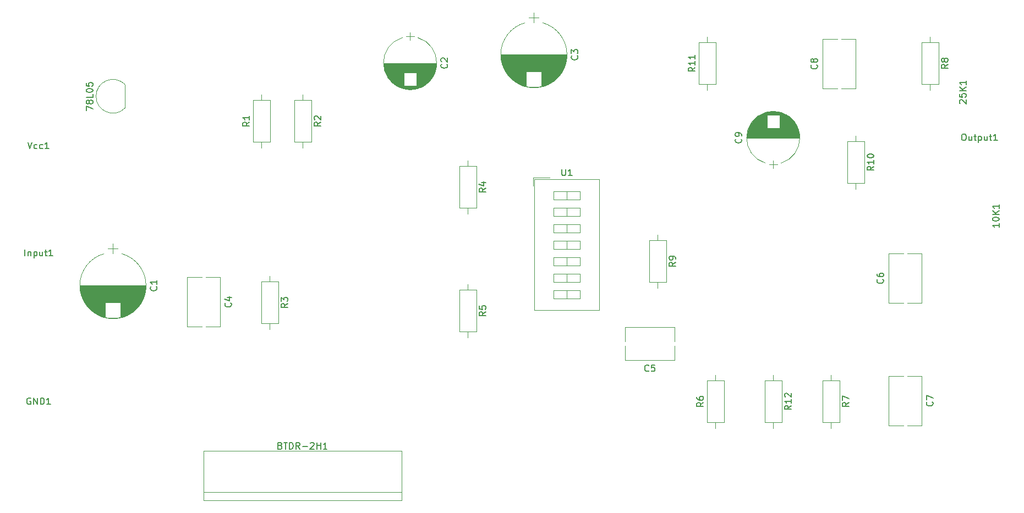
<source format=gbr>
G04 #@! TF.FileFunction,Legend,Top*
%FSLAX46Y46*%
G04 Gerber Fmt 4.6, Leading zero omitted, Abs format (unit mm)*
G04 Created by KiCad (PCBNEW 4.0.7) date 03/22/19 11:19:21*
%MOMM*%
%LPD*%
G01*
G04 APERTURE LIST*
%ADD10C,0.100000*%
%ADD11C,0.120000*%
%ADD12C,0.150000*%
G04 APERTURE END LIST*
D10*
D11*
X176400000Y-106540000D02*
X176400000Y-107810000D01*
X176400000Y-106540000D02*
X178940000Y-106540000D01*
X176600000Y-106740000D02*
X186620000Y-106740000D01*
X186620000Y-106740000D02*
X186620000Y-126940000D01*
X186620000Y-126940000D02*
X176600000Y-126940000D01*
X176600000Y-126940000D02*
X176600000Y-106740000D01*
X179580000Y-108585000D02*
X179580000Y-109855000D01*
X179580000Y-109855000D02*
X183640000Y-109855000D01*
X183640000Y-109855000D02*
X183640000Y-108585000D01*
X183640000Y-108585000D02*
X179580000Y-108585000D01*
X181610000Y-108585000D02*
X181610000Y-109855000D01*
X179580000Y-111125000D02*
X179580000Y-112395000D01*
X179580000Y-112395000D02*
X183640000Y-112395000D01*
X183640000Y-112395000D02*
X183640000Y-111125000D01*
X183640000Y-111125000D02*
X179580000Y-111125000D01*
X181610000Y-111125000D02*
X181610000Y-112395000D01*
X179580000Y-113665000D02*
X179580000Y-114935000D01*
X179580000Y-114935000D02*
X183640000Y-114935000D01*
X183640000Y-114935000D02*
X183640000Y-113665000D01*
X183640000Y-113665000D02*
X179580000Y-113665000D01*
X181610000Y-113665000D02*
X181610000Y-114935000D01*
X179580000Y-116205000D02*
X179580000Y-117475000D01*
X179580000Y-117475000D02*
X183640000Y-117475000D01*
X183640000Y-117475000D02*
X183640000Y-116205000D01*
X183640000Y-116205000D02*
X179580000Y-116205000D01*
X181610000Y-116205000D02*
X181610000Y-117475000D01*
X179580000Y-118745000D02*
X179580000Y-120015000D01*
X179580000Y-120015000D02*
X183640000Y-120015000D01*
X183640000Y-120015000D02*
X183640000Y-118745000D01*
X183640000Y-118745000D02*
X179580000Y-118745000D01*
X181610000Y-118745000D02*
X181610000Y-120015000D01*
X179580000Y-121285000D02*
X179580000Y-122555000D01*
X179580000Y-122555000D02*
X183640000Y-122555000D01*
X183640000Y-122555000D02*
X183640000Y-121285000D01*
X183640000Y-121285000D02*
X179580000Y-121285000D01*
X181610000Y-121285000D02*
X181610000Y-122555000D01*
X179580000Y-123825000D02*
X179580000Y-125095000D01*
X179580000Y-125095000D02*
X183640000Y-125095000D01*
X183640000Y-125095000D02*
X183640000Y-123825000D01*
X183640000Y-123825000D02*
X179580000Y-123825000D01*
X181610000Y-123825000D02*
X181610000Y-125095000D01*
X137200000Y-122520000D02*
X134580000Y-122520000D01*
X134580000Y-122520000D02*
X134580000Y-128940000D01*
X134580000Y-128940000D02*
X137200000Y-128940000D01*
X137200000Y-128940000D02*
X137200000Y-122520000D01*
X135890000Y-121630000D02*
X135890000Y-122520000D01*
X135890000Y-129830000D02*
X135890000Y-128940000D01*
X142280000Y-94580000D02*
X139660000Y-94580000D01*
X139660000Y-94580000D02*
X139660000Y-101000000D01*
X139660000Y-101000000D02*
X142280000Y-101000000D01*
X142280000Y-101000000D02*
X142280000Y-94580000D01*
X140970000Y-93690000D02*
X140970000Y-94580000D01*
X140970000Y-101890000D02*
X140970000Y-101000000D01*
X125730000Y-148590000D02*
X125730000Y-156210000D01*
X156210000Y-156210000D02*
X156210000Y-148590000D01*
X125730000Y-154940000D02*
X156210000Y-154940000D01*
X125730000Y-148590000D02*
X156210000Y-148590000D01*
X125730000Y-156210000D02*
X156210000Y-156210000D01*
X133310000Y-101000000D02*
X135930000Y-101000000D01*
X135930000Y-101000000D02*
X135930000Y-94580000D01*
X135930000Y-94580000D02*
X133310000Y-94580000D01*
X133310000Y-94580000D02*
X133310000Y-101000000D01*
X134620000Y-101890000D02*
X134620000Y-101000000D01*
X134620000Y-93690000D02*
X134620000Y-94580000D01*
X167680000Y-104740000D02*
X165060000Y-104740000D01*
X165060000Y-104740000D02*
X165060000Y-111160000D01*
X165060000Y-111160000D02*
X167680000Y-111160000D01*
X167680000Y-111160000D02*
X167680000Y-104740000D01*
X166370000Y-103850000D02*
X166370000Y-104740000D01*
X166370000Y-112050000D02*
X166370000Y-111160000D01*
X167680000Y-123790000D02*
X165060000Y-123790000D01*
X165060000Y-123790000D02*
X165060000Y-130210000D01*
X165060000Y-130210000D02*
X167680000Y-130210000D01*
X167680000Y-130210000D02*
X167680000Y-123790000D01*
X166370000Y-122900000D02*
X166370000Y-123790000D01*
X166370000Y-131100000D02*
X166370000Y-130210000D01*
X203160000Y-144180000D02*
X205780000Y-144180000D01*
X205780000Y-144180000D02*
X205780000Y-137760000D01*
X205780000Y-137760000D02*
X203160000Y-137760000D01*
X203160000Y-137760000D02*
X203160000Y-144180000D01*
X204470000Y-145070000D02*
X204470000Y-144180000D01*
X204470000Y-136870000D02*
X204470000Y-137760000D01*
X223560000Y-137760000D02*
X220940000Y-137760000D01*
X220940000Y-137760000D02*
X220940000Y-144180000D01*
X220940000Y-144180000D02*
X223560000Y-144180000D01*
X223560000Y-144180000D02*
X223560000Y-137760000D01*
X222250000Y-136870000D02*
X222250000Y-137760000D01*
X222250000Y-145070000D02*
X222250000Y-144180000D01*
X238800000Y-85690000D02*
X236180000Y-85690000D01*
X236180000Y-85690000D02*
X236180000Y-92110000D01*
X236180000Y-92110000D02*
X238800000Y-92110000D01*
X238800000Y-92110000D02*
X238800000Y-85690000D01*
X237490000Y-84800000D02*
X237490000Y-85690000D01*
X237490000Y-93000000D02*
X237490000Y-92110000D01*
X196890000Y-116170000D02*
X194270000Y-116170000D01*
X194270000Y-116170000D02*
X194270000Y-122590000D01*
X194270000Y-122590000D02*
X196890000Y-122590000D01*
X196890000Y-122590000D02*
X196890000Y-116170000D01*
X195580000Y-115280000D02*
X195580000Y-116170000D01*
X195580000Y-123480000D02*
X195580000Y-122590000D01*
X227370000Y-100930000D02*
X224750000Y-100930000D01*
X224750000Y-100930000D02*
X224750000Y-107350000D01*
X224750000Y-107350000D02*
X227370000Y-107350000D01*
X227370000Y-107350000D02*
X227370000Y-100930000D01*
X226060000Y-100040000D02*
X226060000Y-100930000D01*
X226060000Y-108240000D02*
X226060000Y-107350000D01*
X201890000Y-92110000D02*
X204510000Y-92110000D01*
X204510000Y-92110000D02*
X204510000Y-85690000D01*
X204510000Y-85690000D02*
X201890000Y-85690000D01*
X201890000Y-85690000D02*
X201890000Y-92110000D01*
X203200000Y-93000000D02*
X203200000Y-92110000D01*
X203200000Y-84800000D02*
X203200000Y-85690000D01*
X214670000Y-137760000D02*
X212050000Y-137760000D01*
X212050000Y-137760000D02*
X212050000Y-144180000D01*
X212050000Y-144180000D02*
X214670000Y-144180000D01*
X214670000Y-144180000D02*
X214670000Y-137760000D01*
X213360000Y-136870000D02*
X213360000Y-137760000D01*
X213360000Y-145070000D02*
X213360000Y-144180000D01*
X128290000Y-121840000D02*
X128290000Y-129460000D01*
X123170000Y-121840000D02*
X123170000Y-129460000D01*
X128290000Y-121840000D02*
X126041000Y-121840000D01*
X125419000Y-121840000D02*
X123170000Y-121840000D01*
X128290000Y-129460000D02*
X126041000Y-129460000D01*
X125419000Y-129460000D02*
X123170000Y-129460000D01*
X198200000Y-134640000D02*
X190580000Y-134640000D01*
X198200000Y-129520000D02*
X190580000Y-129520000D01*
X198200000Y-134640000D02*
X198200000Y-132391000D01*
X198200000Y-131769000D02*
X198200000Y-129520000D01*
X190580000Y-134640000D02*
X190580000Y-132391000D01*
X190580000Y-131769000D02*
X190580000Y-129520000D01*
X231120000Y-125810000D02*
X231120000Y-118190000D01*
X236240000Y-125810000D02*
X236240000Y-118190000D01*
X231120000Y-125810000D02*
X233369000Y-125810000D01*
X233991000Y-125810000D02*
X236240000Y-125810000D01*
X231120000Y-118190000D02*
X233369000Y-118190000D01*
X233991000Y-118190000D02*
X236240000Y-118190000D01*
X236240000Y-137080000D02*
X236240000Y-144700000D01*
X231120000Y-137080000D02*
X231120000Y-144700000D01*
X236240000Y-137080000D02*
X233991000Y-137080000D01*
X233369000Y-137080000D02*
X231120000Y-137080000D01*
X236240000Y-144700000D02*
X233991000Y-144700000D01*
X233369000Y-144700000D02*
X231120000Y-144700000D01*
X220960000Y-92790000D02*
X220960000Y-85170000D01*
X226080000Y-92790000D02*
X226080000Y-85170000D01*
X220960000Y-92790000D02*
X223209000Y-92790000D01*
X223831000Y-92790000D02*
X226080000Y-92790000D01*
X220960000Y-85170000D02*
X223209000Y-85170000D01*
X223831000Y-85170000D02*
X226080000Y-85170000D01*
X113610000Y-95780000D02*
X113610000Y-92180000D01*
X113598478Y-95818478D02*
G75*
G02X109160000Y-93980000I-1838478J1838478D01*
G01*
X113598478Y-92141522D02*
G75*
G03X109160000Y-93980000I-1838478J-1838478D01*
G01*
X113143264Y-128028437D02*
G75*
G03X113140000Y-118230643I-1383264J4898437D01*
G01*
X110376736Y-128028437D02*
G75*
G02X110380000Y-118230643I1383264J4898437D01*
G01*
X110376736Y-128028437D02*
G75*
G03X113140000Y-128029357I1383264J4898437D01*
G01*
X116810000Y-123130000D02*
X106710000Y-123130000D01*
X116810000Y-123170000D02*
X106710000Y-123170000D01*
X116810000Y-123210000D02*
X106710000Y-123210000D01*
X116809000Y-123250000D02*
X106711000Y-123250000D01*
X116808000Y-123290000D02*
X106712000Y-123290000D01*
X116807000Y-123330000D02*
X106713000Y-123330000D01*
X116805000Y-123370000D02*
X106715000Y-123370000D01*
X116803000Y-123410000D02*
X106717000Y-123410000D01*
X116800000Y-123450000D02*
X106720000Y-123450000D01*
X116798000Y-123490000D02*
X106722000Y-123490000D01*
X116795000Y-123530000D02*
X106725000Y-123530000D01*
X116791000Y-123570000D02*
X106729000Y-123570000D01*
X116788000Y-123610000D02*
X106732000Y-123610000D01*
X116784000Y-123650000D02*
X106736000Y-123650000D01*
X116780000Y-123690000D02*
X106740000Y-123690000D01*
X116775000Y-123730000D02*
X106745000Y-123730000D01*
X116770000Y-123770000D02*
X106750000Y-123770000D01*
X116765000Y-123810000D02*
X106755000Y-123810000D01*
X116759000Y-123851000D02*
X106761000Y-123851000D01*
X116753000Y-123891000D02*
X106767000Y-123891000D01*
X116747000Y-123931000D02*
X106773000Y-123931000D01*
X116741000Y-123971000D02*
X106779000Y-123971000D01*
X116734000Y-124011000D02*
X106786000Y-124011000D01*
X116727000Y-124051000D02*
X106793000Y-124051000D01*
X116719000Y-124091000D02*
X106801000Y-124091000D01*
X116711000Y-124131000D02*
X106809000Y-124131000D01*
X116703000Y-124171000D02*
X106817000Y-124171000D01*
X116695000Y-124211000D02*
X106825000Y-124211000D01*
X116686000Y-124251000D02*
X106834000Y-124251000D01*
X116677000Y-124291000D02*
X106843000Y-124291000D01*
X116667000Y-124331000D02*
X106853000Y-124331000D01*
X116657000Y-124371000D02*
X106863000Y-124371000D01*
X116647000Y-124411000D02*
X106873000Y-124411000D01*
X116636000Y-124451000D02*
X106884000Y-124451000D01*
X116625000Y-124491000D02*
X106895000Y-124491000D01*
X116614000Y-124531000D02*
X106906000Y-124531000D01*
X116603000Y-124571000D02*
X106917000Y-124571000D01*
X116591000Y-124611000D02*
X106929000Y-124611000D01*
X116578000Y-124651000D02*
X106942000Y-124651000D01*
X116566000Y-124691000D02*
X106954000Y-124691000D01*
X116552000Y-124731000D02*
X106968000Y-124731000D01*
X116539000Y-124771000D02*
X106981000Y-124771000D01*
X116525000Y-124811000D02*
X106995000Y-124811000D01*
X116511000Y-124851000D02*
X107009000Y-124851000D01*
X116497000Y-124891000D02*
X107023000Y-124891000D01*
X116482000Y-124931000D02*
X107038000Y-124931000D01*
X116466000Y-124971000D02*
X107054000Y-124971000D01*
X116451000Y-125011000D02*
X107069000Y-125011000D01*
X116434000Y-125051000D02*
X107086000Y-125051000D01*
X116418000Y-125091000D02*
X107102000Y-125091000D01*
X116401000Y-125131000D02*
X107119000Y-125131000D01*
X116384000Y-125171000D02*
X107136000Y-125171000D01*
X116366000Y-125211000D02*
X107154000Y-125211000D01*
X116348000Y-125251000D02*
X107172000Y-125251000D01*
X116329000Y-125291000D02*
X107191000Y-125291000D01*
X116310000Y-125331000D02*
X107210000Y-125331000D01*
X116291000Y-125371000D02*
X107229000Y-125371000D01*
X116271000Y-125411000D02*
X107249000Y-125411000D01*
X116251000Y-125451000D02*
X107269000Y-125451000D01*
X116230000Y-125491000D02*
X107290000Y-125491000D01*
X116209000Y-125531000D02*
X107311000Y-125531000D01*
X116188000Y-125571000D02*
X107332000Y-125571000D01*
X116165000Y-125611000D02*
X107355000Y-125611000D01*
X116143000Y-125651000D02*
X107377000Y-125651000D01*
X116120000Y-125691000D02*
X107400000Y-125691000D01*
X116096000Y-125731000D02*
X112941000Y-125731000D01*
X110579000Y-125731000D02*
X107424000Y-125731000D01*
X116072000Y-125771000D02*
X112941000Y-125771000D01*
X110579000Y-125771000D02*
X107448000Y-125771000D01*
X116048000Y-125811000D02*
X112941000Y-125811000D01*
X110579000Y-125811000D02*
X107472000Y-125811000D01*
X116023000Y-125851000D02*
X112941000Y-125851000D01*
X110579000Y-125851000D02*
X107497000Y-125851000D01*
X115997000Y-125891000D02*
X112941000Y-125891000D01*
X110579000Y-125891000D02*
X107523000Y-125891000D01*
X115971000Y-125931000D02*
X112941000Y-125931000D01*
X110579000Y-125931000D02*
X107549000Y-125931000D01*
X115945000Y-125971000D02*
X112941000Y-125971000D01*
X110579000Y-125971000D02*
X107575000Y-125971000D01*
X115917000Y-126011000D02*
X112941000Y-126011000D01*
X110579000Y-126011000D02*
X107603000Y-126011000D01*
X115890000Y-126051000D02*
X112941000Y-126051000D01*
X110579000Y-126051000D02*
X107630000Y-126051000D01*
X115861000Y-126091000D02*
X112941000Y-126091000D01*
X110579000Y-126091000D02*
X107659000Y-126091000D01*
X115832000Y-126131000D02*
X112941000Y-126131000D01*
X110579000Y-126131000D02*
X107688000Y-126131000D01*
X115803000Y-126171000D02*
X112941000Y-126171000D01*
X110579000Y-126171000D02*
X107717000Y-126171000D01*
X115773000Y-126211000D02*
X112941000Y-126211000D01*
X110579000Y-126211000D02*
X107747000Y-126211000D01*
X115742000Y-126251000D02*
X112941000Y-126251000D01*
X110579000Y-126251000D02*
X107778000Y-126251000D01*
X115711000Y-126291000D02*
X112941000Y-126291000D01*
X110579000Y-126291000D02*
X107809000Y-126291000D01*
X115679000Y-126331000D02*
X112941000Y-126331000D01*
X110579000Y-126331000D02*
X107841000Y-126331000D01*
X115646000Y-126371000D02*
X112941000Y-126371000D01*
X110579000Y-126371000D02*
X107874000Y-126371000D01*
X115613000Y-126411000D02*
X112941000Y-126411000D01*
X110579000Y-126411000D02*
X107907000Y-126411000D01*
X115579000Y-126451000D02*
X112941000Y-126451000D01*
X110579000Y-126451000D02*
X107941000Y-126451000D01*
X115544000Y-126491000D02*
X112941000Y-126491000D01*
X110579000Y-126491000D02*
X107976000Y-126491000D01*
X115508000Y-126531000D02*
X112941000Y-126531000D01*
X110579000Y-126531000D02*
X108012000Y-126531000D01*
X115472000Y-126571000D02*
X112941000Y-126571000D01*
X110579000Y-126571000D02*
X108048000Y-126571000D01*
X115435000Y-126611000D02*
X112941000Y-126611000D01*
X110579000Y-126611000D02*
X108085000Y-126611000D01*
X115397000Y-126651000D02*
X112941000Y-126651000D01*
X110579000Y-126651000D02*
X108123000Y-126651000D01*
X115358000Y-126691000D02*
X112941000Y-126691000D01*
X110579000Y-126691000D02*
X108162000Y-126691000D01*
X115319000Y-126731000D02*
X112941000Y-126731000D01*
X110579000Y-126731000D02*
X108201000Y-126731000D01*
X115278000Y-126771000D02*
X112941000Y-126771000D01*
X110579000Y-126771000D02*
X108242000Y-126771000D01*
X115237000Y-126811000D02*
X112941000Y-126811000D01*
X110579000Y-126811000D02*
X108283000Y-126811000D01*
X115195000Y-126851000D02*
X112941000Y-126851000D01*
X110579000Y-126851000D02*
X108325000Y-126851000D01*
X115151000Y-126891000D02*
X112941000Y-126891000D01*
X110579000Y-126891000D02*
X108369000Y-126891000D01*
X115107000Y-126931000D02*
X112941000Y-126931000D01*
X110579000Y-126931000D02*
X108413000Y-126931000D01*
X115062000Y-126971000D02*
X112941000Y-126971000D01*
X110579000Y-126971000D02*
X108458000Y-126971000D01*
X115015000Y-127011000D02*
X112941000Y-127011000D01*
X110579000Y-127011000D02*
X108505000Y-127011000D01*
X114967000Y-127051000D02*
X112941000Y-127051000D01*
X110579000Y-127051000D02*
X108553000Y-127051000D01*
X114918000Y-127091000D02*
X112941000Y-127091000D01*
X110579000Y-127091000D02*
X108602000Y-127091000D01*
X114868000Y-127131000D02*
X112941000Y-127131000D01*
X110579000Y-127131000D02*
X108652000Y-127131000D01*
X114817000Y-127171000D02*
X112941000Y-127171000D01*
X110579000Y-127171000D02*
X108703000Y-127171000D01*
X114764000Y-127211000D02*
X112941000Y-127211000D01*
X110579000Y-127211000D02*
X108756000Y-127211000D01*
X114709000Y-127251000D02*
X112941000Y-127251000D01*
X110579000Y-127251000D02*
X108811000Y-127251000D01*
X114654000Y-127291000D02*
X112941000Y-127291000D01*
X110579000Y-127291000D02*
X108866000Y-127291000D01*
X114596000Y-127331000D02*
X112941000Y-127331000D01*
X110579000Y-127331000D02*
X108924000Y-127331000D01*
X114537000Y-127371000D02*
X112941000Y-127371000D01*
X110579000Y-127371000D02*
X108983000Y-127371000D01*
X114475000Y-127411000D02*
X112941000Y-127411000D01*
X110579000Y-127411000D02*
X109045000Y-127411000D01*
X114412000Y-127451000D02*
X112941000Y-127451000D01*
X110579000Y-127451000D02*
X109108000Y-127451000D01*
X114347000Y-127491000D02*
X112941000Y-127491000D01*
X110579000Y-127491000D02*
X109173000Y-127491000D01*
X114279000Y-127531000D02*
X112941000Y-127531000D01*
X110579000Y-127531000D02*
X109241000Y-127531000D01*
X114209000Y-127571000D02*
X112941000Y-127571000D01*
X110579000Y-127571000D02*
X109311000Y-127571000D01*
X114137000Y-127611000D02*
X112941000Y-127611000D01*
X110579000Y-127611000D02*
X109383000Y-127611000D01*
X114061000Y-127651000D02*
X112941000Y-127651000D01*
X110579000Y-127651000D02*
X109459000Y-127651000D01*
X113982000Y-127691000D02*
X112941000Y-127691000D01*
X110579000Y-127691000D02*
X109538000Y-127691000D01*
X113900000Y-127731000D02*
X112941000Y-127731000D01*
X110579000Y-127731000D02*
X109620000Y-127731000D01*
X113813000Y-127771000D02*
X112941000Y-127771000D01*
X110579000Y-127771000D02*
X109707000Y-127771000D01*
X113722000Y-127811000D02*
X112941000Y-127811000D01*
X110579000Y-127811000D02*
X109798000Y-127811000D01*
X113626000Y-127851000D02*
X112941000Y-127851000D01*
X110579000Y-127851000D02*
X109894000Y-127851000D01*
X113523000Y-127891000D02*
X112941000Y-127891000D01*
X110579000Y-127891000D02*
X109997000Y-127891000D01*
X113414000Y-127931000D02*
X112941000Y-127931000D01*
X110579000Y-127931000D02*
X110106000Y-127931000D01*
X113296000Y-127971000D02*
X112941000Y-127971000D01*
X110579000Y-127971000D02*
X110224000Y-127971000D01*
X113167000Y-128011000D02*
X112941000Y-128011000D01*
X110579000Y-128011000D02*
X110353000Y-128011000D01*
X113025000Y-128051000D02*
X112941000Y-128051000D01*
X110579000Y-128051000D02*
X110495000Y-128051000D01*
X112864000Y-128091000D02*
X110656000Y-128091000D01*
X112673000Y-128131000D02*
X110847000Y-128131000D01*
X112432000Y-128171000D02*
X111088000Y-128171000D01*
X112039000Y-128211000D02*
X111481000Y-128211000D01*
X111760000Y-116680000D02*
X111760000Y-118180000D01*
X112510000Y-117430000D02*
X111010000Y-117430000D01*
X158657445Y-92776851D02*
G75*
G03X158660000Y-84943918I-1177445J3916851D01*
G01*
X156302555Y-92776851D02*
G75*
G02X156300000Y-84943918I1177445J3916851D01*
G01*
X156302555Y-92776851D02*
G75*
G03X158660000Y-92776082I1177445J3916851D01*
G01*
X161530000Y-88860000D02*
X153430000Y-88860000D01*
X161530000Y-88900000D02*
X153430000Y-88900000D01*
X161530000Y-88940000D02*
X153430000Y-88940000D01*
X161529000Y-88980000D02*
X153431000Y-88980000D01*
X161527000Y-89020000D02*
X153433000Y-89020000D01*
X161526000Y-89060000D02*
X153434000Y-89060000D01*
X161523000Y-89100000D02*
X153437000Y-89100000D01*
X161521000Y-89140000D02*
X153439000Y-89140000D01*
X161518000Y-89180000D02*
X153442000Y-89180000D01*
X161515000Y-89220000D02*
X153445000Y-89220000D01*
X161511000Y-89260000D02*
X153449000Y-89260000D01*
X161507000Y-89300000D02*
X153453000Y-89300000D01*
X161502000Y-89340000D02*
X153458000Y-89340000D01*
X161497000Y-89380000D02*
X153463000Y-89380000D01*
X161492000Y-89420000D02*
X153468000Y-89420000D01*
X161486000Y-89460000D02*
X153474000Y-89460000D01*
X161480000Y-89500000D02*
X153480000Y-89500000D01*
X161474000Y-89540000D02*
X153486000Y-89540000D01*
X161467000Y-89581000D02*
X153493000Y-89581000D01*
X161459000Y-89621000D02*
X153501000Y-89621000D01*
X161451000Y-89661000D02*
X153509000Y-89661000D01*
X161443000Y-89701000D02*
X153517000Y-89701000D01*
X161435000Y-89741000D02*
X153525000Y-89741000D01*
X161426000Y-89781000D02*
X153534000Y-89781000D01*
X161416000Y-89821000D02*
X153544000Y-89821000D01*
X161406000Y-89861000D02*
X153554000Y-89861000D01*
X161396000Y-89901000D02*
X153564000Y-89901000D01*
X161385000Y-89941000D02*
X153575000Y-89941000D01*
X161374000Y-89981000D02*
X153586000Y-89981000D01*
X161363000Y-90021000D02*
X153597000Y-90021000D01*
X161350000Y-90061000D02*
X153610000Y-90061000D01*
X161338000Y-90101000D02*
X153622000Y-90101000D01*
X161325000Y-90141000D02*
X153635000Y-90141000D01*
X161312000Y-90181000D02*
X153648000Y-90181000D01*
X161298000Y-90221000D02*
X153662000Y-90221000D01*
X161283000Y-90261000D02*
X153677000Y-90261000D01*
X161269000Y-90301000D02*
X153691000Y-90301000D01*
X161253000Y-90341000D02*
X153707000Y-90341000D01*
X161238000Y-90381000D02*
X158460000Y-90381000D01*
X156500000Y-90381000D02*
X153722000Y-90381000D01*
X161221000Y-90421000D02*
X158460000Y-90421000D01*
X156500000Y-90421000D02*
X153739000Y-90421000D01*
X161205000Y-90461000D02*
X158460000Y-90461000D01*
X156500000Y-90461000D02*
X153755000Y-90461000D01*
X161187000Y-90501000D02*
X158460000Y-90501000D01*
X156500000Y-90501000D02*
X153773000Y-90501000D01*
X161170000Y-90541000D02*
X158460000Y-90541000D01*
X156500000Y-90541000D02*
X153790000Y-90541000D01*
X161151000Y-90581000D02*
X158460000Y-90581000D01*
X156500000Y-90581000D02*
X153809000Y-90581000D01*
X161132000Y-90621000D02*
X158460000Y-90621000D01*
X156500000Y-90621000D02*
X153828000Y-90621000D01*
X161113000Y-90661000D02*
X158460000Y-90661000D01*
X156500000Y-90661000D02*
X153847000Y-90661000D01*
X161093000Y-90701000D02*
X158460000Y-90701000D01*
X156500000Y-90701000D02*
X153867000Y-90701000D01*
X161073000Y-90741000D02*
X158460000Y-90741000D01*
X156500000Y-90741000D02*
X153887000Y-90741000D01*
X161052000Y-90781000D02*
X158460000Y-90781000D01*
X156500000Y-90781000D02*
X153908000Y-90781000D01*
X161030000Y-90821000D02*
X158460000Y-90821000D01*
X156500000Y-90821000D02*
X153930000Y-90821000D01*
X161008000Y-90861000D02*
X158460000Y-90861000D01*
X156500000Y-90861000D02*
X153952000Y-90861000D01*
X160985000Y-90901000D02*
X158460000Y-90901000D01*
X156500000Y-90901000D02*
X153975000Y-90901000D01*
X160962000Y-90941000D02*
X158460000Y-90941000D01*
X156500000Y-90941000D02*
X153998000Y-90941000D01*
X160938000Y-90981000D02*
X158460000Y-90981000D01*
X156500000Y-90981000D02*
X154022000Y-90981000D01*
X160914000Y-91021000D02*
X158460000Y-91021000D01*
X156500000Y-91021000D02*
X154046000Y-91021000D01*
X160888000Y-91061000D02*
X158460000Y-91061000D01*
X156500000Y-91061000D02*
X154072000Y-91061000D01*
X160863000Y-91101000D02*
X158460000Y-91101000D01*
X156500000Y-91101000D02*
X154097000Y-91101000D01*
X160836000Y-91141000D02*
X158460000Y-91141000D01*
X156500000Y-91141000D02*
X154124000Y-91141000D01*
X160809000Y-91181000D02*
X158460000Y-91181000D01*
X156500000Y-91181000D02*
X154151000Y-91181000D01*
X160781000Y-91221000D02*
X158460000Y-91221000D01*
X156500000Y-91221000D02*
X154179000Y-91221000D01*
X160752000Y-91261000D02*
X158460000Y-91261000D01*
X156500000Y-91261000D02*
X154208000Y-91261000D01*
X160723000Y-91301000D02*
X158460000Y-91301000D01*
X156500000Y-91301000D02*
X154237000Y-91301000D01*
X160693000Y-91341000D02*
X158460000Y-91341000D01*
X156500000Y-91341000D02*
X154267000Y-91341000D01*
X160662000Y-91381000D02*
X158460000Y-91381000D01*
X156500000Y-91381000D02*
X154298000Y-91381000D01*
X160630000Y-91421000D02*
X158460000Y-91421000D01*
X156500000Y-91421000D02*
X154330000Y-91421000D01*
X160598000Y-91461000D02*
X158460000Y-91461000D01*
X156500000Y-91461000D02*
X154362000Y-91461000D01*
X160564000Y-91501000D02*
X158460000Y-91501000D01*
X156500000Y-91501000D02*
X154396000Y-91501000D01*
X160530000Y-91541000D02*
X158460000Y-91541000D01*
X156500000Y-91541000D02*
X154430000Y-91541000D01*
X160495000Y-91581000D02*
X158460000Y-91581000D01*
X156500000Y-91581000D02*
X154465000Y-91581000D01*
X160459000Y-91621000D02*
X158460000Y-91621000D01*
X156500000Y-91621000D02*
X154501000Y-91621000D01*
X160422000Y-91661000D02*
X158460000Y-91661000D01*
X156500000Y-91661000D02*
X154538000Y-91661000D01*
X160384000Y-91701000D02*
X158460000Y-91701000D01*
X156500000Y-91701000D02*
X154576000Y-91701000D01*
X160345000Y-91741000D02*
X158460000Y-91741000D01*
X156500000Y-91741000D02*
X154615000Y-91741000D01*
X160304000Y-91781000D02*
X158460000Y-91781000D01*
X156500000Y-91781000D02*
X154656000Y-91781000D01*
X160263000Y-91821000D02*
X158460000Y-91821000D01*
X156500000Y-91821000D02*
X154697000Y-91821000D01*
X160220000Y-91861000D02*
X158460000Y-91861000D01*
X156500000Y-91861000D02*
X154740000Y-91861000D01*
X160177000Y-91901000D02*
X158460000Y-91901000D01*
X156500000Y-91901000D02*
X154783000Y-91901000D01*
X160132000Y-91941000D02*
X158460000Y-91941000D01*
X156500000Y-91941000D02*
X154828000Y-91941000D01*
X160085000Y-91981000D02*
X158460000Y-91981000D01*
X156500000Y-91981000D02*
X154875000Y-91981000D01*
X160037000Y-92021000D02*
X158460000Y-92021000D01*
X156500000Y-92021000D02*
X154923000Y-92021000D01*
X159988000Y-92061000D02*
X158460000Y-92061000D01*
X156500000Y-92061000D02*
X154972000Y-92061000D01*
X159937000Y-92101000D02*
X158460000Y-92101000D01*
X156500000Y-92101000D02*
X155023000Y-92101000D01*
X159884000Y-92141000D02*
X158460000Y-92141000D01*
X156500000Y-92141000D02*
X155076000Y-92141000D01*
X159829000Y-92181000D02*
X158460000Y-92181000D01*
X156500000Y-92181000D02*
X155131000Y-92181000D01*
X159773000Y-92221000D02*
X158460000Y-92221000D01*
X156500000Y-92221000D02*
X155187000Y-92221000D01*
X159714000Y-92261000D02*
X158460000Y-92261000D01*
X156500000Y-92261000D02*
X155246000Y-92261000D01*
X159653000Y-92301000D02*
X158460000Y-92301000D01*
X156500000Y-92301000D02*
X155307000Y-92301000D01*
X159589000Y-92341000D02*
X155371000Y-92341000D01*
X159523000Y-92381000D02*
X155437000Y-92381000D01*
X159454000Y-92421000D02*
X155506000Y-92421000D01*
X159382000Y-92461000D02*
X155578000Y-92461000D01*
X159306000Y-92501000D02*
X155654000Y-92501000D01*
X159225000Y-92541000D02*
X155735000Y-92541000D01*
X159140000Y-92581000D02*
X155820000Y-92581000D01*
X159050000Y-92621000D02*
X155910000Y-92621000D01*
X158953000Y-92661000D02*
X156007000Y-92661000D01*
X158849000Y-92701000D02*
X156111000Y-92701000D01*
X158734000Y-92741000D02*
X156226000Y-92741000D01*
X158607000Y-92781000D02*
X156353000Y-92781000D01*
X158463000Y-92821000D02*
X156497000Y-92821000D01*
X158294000Y-92861000D02*
X156666000Y-92861000D01*
X158078000Y-92901000D02*
X156882000Y-92901000D01*
X157726000Y-92941000D02*
X157234000Y-92941000D01*
X157480000Y-84160000D02*
X157480000Y-85360000D01*
X158130000Y-84760000D02*
X156830000Y-84760000D01*
X177913264Y-92468437D02*
G75*
G03X177910000Y-82670643I-1383264J4898437D01*
G01*
X175146736Y-92468437D02*
G75*
G02X175150000Y-82670643I1383264J4898437D01*
G01*
X175146736Y-92468437D02*
G75*
G03X177910000Y-92469357I1383264J4898437D01*
G01*
X181580000Y-87570000D02*
X171480000Y-87570000D01*
X181580000Y-87610000D02*
X171480000Y-87610000D01*
X181580000Y-87650000D02*
X171480000Y-87650000D01*
X181579000Y-87690000D02*
X171481000Y-87690000D01*
X181578000Y-87730000D02*
X171482000Y-87730000D01*
X181577000Y-87770000D02*
X171483000Y-87770000D01*
X181575000Y-87810000D02*
X171485000Y-87810000D01*
X181573000Y-87850000D02*
X171487000Y-87850000D01*
X181570000Y-87890000D02*
X171490000Y-87890000D01*
X181568000Y-87930000D02*
X171492000Y-87930000D01*
X181565000Y-87970000D02*
X171495000Y-87970000D01*
X181561000Y-88010000D02*
X171499000Y-88010000D01*
X181558000Y-88050000D02*
X171502000Y-88050000D01*
X181554000Y-88090000D02*
X171506000Y-88090000D01*
X181550000Y-88130000D02*
X171510000Y-88130000D01*
X181545000Y-88170000D02*
X171515000Y-88170000D01*
X181540000Y-88210000D02*
X171520000Y-88210000D01*
X181535000Y-88250000D02*
X171525000Y-88250000D01*
X181529000Y-88291000D02*
X171531000Y-88291000D01*
X181523000Y-88331000D02*
X171537000Y-88331000D01*
X181517000Y-88371000D02*
X171543000Y-88371000D01*
X181511000Y-88411000D02*
X171549000Y-88411000D01*
X181504000Y-88451000D02*
X171556000Y-88451000D01*
X181497000Y-88491000D02*
X171563000Y-88491000D01*
X181489000Y-88531000D02*
X171571000Y-88531000D01*
X181481000Y-88571000D02*
X171579000Y-88571000D01*
X181473000Y-88611000D02*
X171587000Y-88611000D01*
X181465000Y-88651000D02*
X171595000Y-88651000D01*
X181456000Y-88691000D02*
X171604000Y-88691000D01*
X181447000Y-88731000D02*
X171613000Y-88731000D01*
X181437000Y-88771000D02*
X171623000Y-88771000D01*
X181427000Y-88811000D02*
X171633000Y-88811000D01*
X181417000Y-88851000D02*
X171643000Y-88851000D01*
X181406000Y-88891000D02*
X171654000Y-88891000D01*
X181395000Y-88931000D02*
X171665000Y-88931000D01*
X181384000Y-88971000D02*
X171676000Y-88971000D01*
X181373000Y-89011000D02*
X171687000Y-89011000D01*
X181361000Y-89051000D02*
X171699000Y-89051000D01*
X181348000Y-89091000D02*
X171712000Y-89091000D01*
X181336000Y-89131000D02*
X171724000Y-89131000D01*
X181322000Y-89171000D02*
X171738000Y-89171000D01*
X181309000Y-89211000D02*
X171751000Y-89211000D01*
X181295000Y-89251000D02*
X171765000Y-89251000D01*
X181281000Y-89291000D02*
X171779000Y-89291000D01*
X181267000Y-89331000D02*
X171793000Y-89331000D01*
X181252000Y-89371000D02*
X171808000Y-89371000D01*
X181236000Y-89411000D02*
X171824000Y-89411000D01*
X181221000Y-89451000D02*
X171839000Y-89451000D01*
X181204000Y-89491000D02*
X171856000Y-89491000D01*
X181188000Y-89531000D02*
X171872000Y-89531000D01*
X181171000Y-89571000D02*
X171889000Y-89571000D01*
X181154000Y-89611000D02*
X171906000Y-89611000D01*
X181136000Y-89651000D02*
X171924000Y-89651000D01*
X181118000Y-89691000D02*
X171942000Y-89691000D01*
X181099000Y-89731000D02*
X171961000Y-89731000D01*
X181080000Y-89771000D02*
X171980000Y-89771000D01*
X181061000Y-89811000D02*
X171999000Y-89811000D01*
X181041000Y-89851000D02*
X172019000Y-89851000D01*
X181021000Y-89891000D02*
X172039000Y-89891000D01*
X181000000Y-89931000D02*
X172060000Y-89931000D01*
X180979000Y-89971000D02*
X172081000Y-89971000D01*
X180958000Y-90011000D02*
X172102000Y-90011000D01*
X180935000Y-90051000D02*
X172125000Y-90051000D01*
X180913000Y-90091000D02*
X172147000Y-90091000D01*
X180890000Y-90131000D02*
X172170000Y-90131000D01*
X180866000Y-90171000D02*
X177711000Y-90171000D01*
X175349000Y-90171000D02*
X172194000Y-90171000D01*
X180842000Y-90211000D02*
X177711000Y-90211000D01*
X175349000Y-90211000D02*
X172218000Y-90211000D01*
X180818000Y-90251000D02*
X177711000Y-90251000D01*
X175349000Y-90251000D02*
X172242000Y-90251000D01*
X180793000Y-90291000D02*
X177711000Y-90291000D01*
X175349000Y-90291000D02*
X172267000Y-90291000D01*
X180767000Y-90331000D02*
X177711000Y-90331000D01*
X175349000Y-90331000D02*
X172293000Y-90331000D01*
X180741000Y-90371000D02*
X177711000Y-90371000D01*
X175349000Y-90371000D02*
X172319000Y-90371000D01*
X180715000Y-90411000D02*
X177711000Y-90411000D01*
X175349000Y-90411000D02*
X172345000Y-90411000D01*
X180687000Y-90451000D02*
X177711000Y-90451000D01*
X175349000Y-90451000D02*
X172373000Y-90451000D01*
X180660000Y-90491000D02*
X177711000Y-90491000D01*
X175349000Y-90491000D02*
X172400000Y-90491000D01*
X180631000Y-90531000D02*
X177711000Y-90531000D01*
X175349000Y-90531000D02*
X172429000Y-90531000D01*
X180602000Y-90571000D02*
X177711000Y-90571000D01*
X175349000Y-90571000D02*
X172458000Y-90571000D01*
X180573000Y-90611000D02*
X177711000Y-90611000D01*
X175349000Y-90611000D02*
X172487000Y-90611000D01*
X180543000Y-90651000D02*
X177711000Y-90651000D01*
X175349000Y-90651000D02*
X172517000Y-90651000D01*
X180512000Y-90691000D02*
X177711000Y-90691000D01*
X175349000Y-90691000D02*
X172548000Y-90691000D01*
X180481000Y-90731000D02*
X177711000Y-90731000D01*
X175349000Y-90731000D02*
X172579000Y-90731000D01*
X180449000Y-90771000D02*
X177711000Y-90771000D01*
X175349000Y-90771000D02*
X172611000Y-90771000D01*
X180416000Y-90811000D02*
X177711000Y-90811000D01*
X175349000Y-90811000D02*
X172644000Y-90811000D01*
X180383000Y-90851000D02*
X177711000Y-90851000D01*
X175349000Y-90851000D02*
X172677000Y-90851000D01*
X180349000Y-90891000D02*
X177711000Y-90891000D01*
X175349000Y-90891000D02*
X172711000Y-90891000D01*
X180314000Y-90931000D02*
X177711000Y-90931000D01*
X175349000Y-90931000D02*
X172746000Y-90931000D01*
X180278000Y-90971000D02*
X177711000Y-90971000D01*
X175349000Y-90971000D02*
X172782000Y-90971000D01*
X180242000Y-91011000D02*
X177711000Y-91011000D01*
X175349000Y-91011000D02*
X172818000Y-91011000D01*
X180205000Y-91051000D02*
X177711000Y-91051000D01*
X175349000Y-91051000D02*
X172855000Y-91051000D01*
X180167000Y-91091000D02*
X177711000Y-91091000D01*
X175349000Y-91091000D02*
X172893000Y-91091000D01*
X180128000Y-91131000D02*
X177711000Y-91131000D01*
X175349000Y-91131000D02*
X172932000Y-91131000D01*
X180089000Y-91171000D02*
X177711000Y-91171000D01*
X175349000Y-91171000D02*
X172971000Y-91171000D01*
X180048000Y-91211000D02*
X177711000Y-91211000D01*
X175349000Y-91211000D02*
X173012000Y-91211000D01*
X180007000Y-91251000D02*
X177711000Y-91251000D01*
X175349000Y-91251000D02*
X173053000Y-91251000D01*
X179965000Y-91291000D02*
X177711000Y-91291000D01*
X175349000Y-91291000D02*
X173095000Y-91291000D01*
X179921000Y-91331000D02*
X177711000Y-91331000D01*
X175349000Y-91331000D02*
X173139000Y-91331000D01*
X179877000Y-91371000D02*
X177711000Y-91371000D01*
X175349000Y-91371000D02*
X173183000Y-91371000D01*
X179832000Y-91411000D02*
X177711000Y-91411000D01*
X175349000Y-91411000D02*
X173228000Y-91411000D01*
X179785000Y-91451000D02*
X177711000Y-91451000D01*
X175349000Y-91451000D02*
X173275000Y-91451000D01*
X179737000Y-91491000D02*
X177711000Y-91491000D01*
X175349000Y-91491000D02*
X173323000Y-91491000D01*
X179688000Y-91531000D02*
X177711000Y-91531000D01*
X175349000Y-91531000D02*
X173372000Y-91531000D01*
X179638000Y-91571000D02*
X177711000Y-91571000D01*
X175349000Y-91571000D02*
X173422000Y-91571000D01*
X179587000Y-91611000D02*
X177711000Y-91611000D01*
X175349000Y-91611000D02*
X173473000Y-91611000D01*
X179534000Y-91651000D02*
X177711000Y-91651000D01*
X175349000Y-91651000D02*
X173526000Y-91651000D01*
X179479000Y-91691000D02*
X177711000Y-91691000D01*
X175349000Y-91691000D02*
X173581000Y-91691000D01*
X179424000Y-91731000D02*
X177711000Y-91731000D01*
X175349000Y-91731000D02*
X173636000Y-91731000D01*
X179366000Y-91771000D02*
X177711000Y-91771000D01*
X175349000Y-91771000D02*
X173694000Y-91771000D01*
X179307000Y-91811000D02*
X177711000Y-91811000D01*
X175349000Y-91811000D02*
X173753000Y-91811000D01*
X179245000Y-91851000D02*
X177711000Y-91851000D01*
X175349000Y-91851000D02*
X173815000Y-91851000D01*
X179182000Y-91891000D02*
X177711000Y-91891000D01*
X175349000Y-91891000D02*
X173878000Y-91891000D01*
X179117000Y-91931000D02*
X177711000Y-91931000D01*
X175349000Y-91931000D02*
X173943000Y-91931000D01*
X179049000Y-91971000D02*
X177711000Y-91971000D01*
X175349000Y-91971000D02*
X174011000Y-91971000D01*
X178979000Y-92011000D02*
X177711000Y-92011000D01*
X175349000Y-92011000D02*
X174081000Y-92011000D01*
X178907000Y-92051000D02*
X177711000Y-92051000D01*
X175349000Y-92051000D02*
X174153000Y-92051000D01*
X178831000Y-92091000D02*
X177711000Y-92091000D01*
X175349000Y-92091000D02*
X174229000Y-92091000D01*
X178752000Y-92131000D02*
X177711000Y-92131000D01*
X175349000Y-92131000D02*
X174308000Y-92131000D01*
X178670000Y-92171000D02*
X177711000Y-92171000D01*
X175349000Y-92171000D02*
X174390000Y-92171000D01*
X178583000Y-92211000D02*
X177711000Y-92211000D01*
X175349000Y-92211000D02*
X174477000Y-92211000D01*
X178492000Y-92251000D02*
X177711000Y-92251000D01*
X175349000Y-92251000D02*
X174568000Y-92251000D01*
X178396000Y-92291000D02*
X177711000Y-92291000D01*
X175349000Y-92291000D02*
X174664000Y-92291000D01*
X178293000Y-92331000D02*
X177711000Y-92331000D01*
X175349000Y-92331000D02*
X174767000Y-92331000D01*
X178184000Y-92371000D02*
X177711000Y-92371000D01*
X175349000Y-92371000D02*
X174876000Y-92371000D01*
X178066000Y-92411000D02*
X177711000Y-92411000D01*
X175349000Y-92411000D02*
X174994000Y-92411000D01*
X177937000Y-92451000D02*
X177711000Y-92451000D01*
X175349000Y-92451000D02*
X175123000Y-92451000D01*
X177795000Y-92491000D02*
X177711000Y-92491000D01*
X175349000Y-92491000D02*
X175265000Y-92491000D01*
X177634000Y-92531000D02*
X175426000Y-92531000D01*
X177443000Y-92571000D02*
X175617000Y-92571000D01*
X177202000Y-92611000D02*
X175858000Y-92611000D01*
X176809000Y-92651000D02*
X176251000Y-92651000D01*
X176530000Y-81120000D02*
X176530000Y-82620000D01*
X177280000Y-81870000D02*
X175780000Y-81870000D01*
X212182555Y-96453149D02*
G75*
G03X212180000Y-104286082I1177445J-3916851D01*
G01*
X214537445Y-96453149D02*
G75*
G02X214540000Y-104286082I-1177445J-3916851D01*
G01*
X214537445Y-96453149D02*
G75*
G03X212180000Y-96453918I-1177445J-3916851D01*
G01*
X209310000Y-100370000D02*
X217410000Y-100370000D01*
X209310000Y-100330000D02*
X217410000Y-100330000D01*
X209310000Y-100290000D02*
X217410000Y-100290000D01*
X209311000Y-100250000D02*
X217409000Y-100250000D01*
X209313000Y-100210000D02*
X217407000Y-100210000D01*
X209314000Y-100170000D02*
X217406000Y-100170000D01*
X209317000Y-100130000D02*
X217403000Y-100130000D01*
X209319000Y-100090000D02*
X217401000Y-100090000D01*
X209322000Y-100050000D02*
X217398000Y-100050000D01*
X209325000Y-100010000D02*
X217395000Y-100010000D01*
X209329000Y-99970000D02*
X217391000Y-99970000D01*
X209333000Y-99930000D02*
X217387000Y-99930000D01*
X209338000Y-99890000D02*
X217382000Y-99890000D01*
X209343000Y-99850000D02*
X217377000Y-99850000D01*
X209348000Y-99810000D02*
X217372000Y-99810000D01*
X209354000Y-99770000D02*
X217366000Y-99770000D01*
X209360000Y-99730000D02*
X217360000Y-99730000D01*
X209366000Y-99690000D02*
X217354000Y-99690000D01*
X209373000Y-99649000D02*
X217347000Y-99649000D01*
X209381000Y-99609000D02*
X217339000Y-99609000D01*
X209389000Y-99569000D02*
X217331000Y-99569000D01*
X209397000Y-99529000D02*
X217323000Y-99529000D01*
X209405000Y-99489000D02*
X217315000Y-99489000D01*
X209414000Y-99449000D02*
X217306000Y-99449000D01*
X209424000Y-99409000D02*
X217296000Y-99409000D01*
X209434000Y-99369000D02*
X217286000Y-99369000D01*
X209444000Y-99329000D02*
X217276000Y-99329000D01*
X209455000Y-99289000D02*
X217265000Y-99289000D01*
X209466000Y-99249000D02*
X217254000Y-99249000D01*
X209477000Y-99209000D02*
X217243000Y-99209000D01*
X209490000Y-99169000D02*
X217230000Y-99169000D01*
X209502000Y-99129000D02*
X217218000Y-99129000D01*
X209515000Y-99089000D02*
X217205000Y-99089000D01*
X209528000Y-99049000D02*
X217192000Y-99049000D01*
X209542000Y-99009000D02*
X217178000Y-99009000D01*
X209557000Y-98969000D02*
X217163000Y-98969000D01*
X209571000Y-98929000D02*
X217149000Y-98929000D01*
X209587000Y-98889000D02*
X217133000Y-98889000D01*
X209602000Y-98849000D02*
X212380000Y-98849000D01*
X214340000Y-98849000D02*
X217118000Y-98849000D01*
X209619000Y-98809000D02*
X212380000Y-98809000D01*
X214340000Y-98809000D02*
X217101000Y-98809000D01*
X209635000Y-98769000D02*
X212380000Y-98769000D01*
X214340000Y-98769000D02*
X217085000Y-98769000D01*
X209653000Y-98729000D02*
X212380000Y-98729000D01*
X214340000Y-98729000D02*
X217067000Y-98729000D01*
X209670000Y-98689000D02*
X212380000Y-98689000D01*
X214340000Y-98689000D02*
X217050000Y-98689000D01*
X209689000Y-98649000D02*
X212380000Y-98649000D01*
X214340000Y-98649000D02*
X217031000Y-98649000D01*
X209708000Y-98609000D02*
X212380000Y-98609000D01*
X214340000Y-98609000D02*
X217012000Y-98609000D01*
X209727000Y-98569000D02*
X212380000Y-98569000D01*
X214340000Y-98569000D02*
X216993000Y-98569000D01*
X209747000Y-98529000D02*
X212380000Y-98529000D01*
X214340000Y-98529000D02*
X216973000Y-98529000D01*
X209767000Y-98489000D02*
X212380000Y-98489000D01*
X214340000Y-98489000D02*
X216953000Y-98489000D01*
X209788000Y-98449000D02*
X212380000Y-98449000D01*
X214340000Y-98449000D02*
X216932000Y-98449000D01*
X209810000Y-98409000D02*
X212380000Y-98409000D01*
X214340000Y-98409000D02*
X216910000Y-98409000D01*
X209832000Y-98369000D02*
X212380000Y-98369000D01*
X214340000Y-98369000D02*
X216888000Y-98369000D01*
X209855000Y-98329000D02*
X212380000Y-98329000D01*
X214340000Y-98329000D02*
X216865000Y-98329000D01*
X209878000Y-98289000D02*
X212380000Y-98289000D01*
X214340000Y-98289000D02*
X216842000Y-98289000D01*
X209902000Y-98249000D02*
X212380000Y-98249000D01*
X214340000Y-98249000D02*
X216818000Y-98249000D01*
X209926000Y-98209000D02*
X212380000Y-98209000D01*
X214340000Y-98209000D02*
X216794000Y-98209000D01*
X209952000Y-98169000D02*
X212380000Y-98169000D01*
X214340000Y-98169000D02*
X216768000Y-98169000D01*
X209977000Y-98129000D02*
X212380000Y-98129000D01*
X214340000Y-98129000D02*
X216743000Y-98129000D01*
X210004000Y-98089000D02*
X212380000Y-98089000D01*
X214340000Y-98089000D02*
X216716000Y-98089000D01*
X210031000Y-98049000D02*
X212380000Y-98049000D01*
X214340000Y-98049000D02*
X216689000Y-98049000D01*
X210059000Y-98009000D02*
X212380000Y-98009000D01*
X214340000Y-98009000D02*
X216661000Y-98009000D01*
X210088000Y-97969000D02*
X212380000Y-97969000D01*
X214340000Y-97969000D02*
X216632000Y-97969000D01*
X210117000Y-97929000D02*
X212380000Y-97929000D01*
X214340000Y-97929000D02*
X216603000Y-97929000D01*
X210147000Y-97889000D02*
X212380000Y-97889000D01*
X214340000Y-97889000D02*
X216573000Y-97889000D01*
X210178000Y-97849000D02*
X212380000Y-97849000D01*
X214340000Y-97849000D02*
X216542000Y-97849000D01*
X210210000Y-97809000D02*
X212380000Y-97809000D01*
X214340000Y-97809000D02*
X216510000Y-97809000D01*
X210242000Y-97769000D02*
X212380000Y-97769000D01*
X214340000Y-97769000D02*
X216478000Y-97769000D01*
X210276000Y-97729000D02*
X212380000Y-97729000D01*
X214340000Y-97729000D02*
X216444000Y-97729000D01*
X210310000Y-97689000D02*
X212380000Y-97689000D01*
X214340000Y-97689000D02*
X216410000Y-97689000D01*
X210345000Y-97649000D02*
X212380000Y-97649000D01*
X214340000Y-97649000D02*
X216375000Y-97649000D01*
X210381000Y-97609000D02*
X212380000Y-97609000D01*
X214340000Y-97609000D02*
X216339000Y-97609000D01*
X210418000Y-97569000D02*
X212380000Y-97569000D01*
X214340000Y-97569000D02*
X216302000Y-97569000D01*
X210456000Y-97529000D02*
X212380000Y-97529000D01*
X214340000Y-97529000D02*
X216264000Y-97529000D01*
X210495000Y-97489000D02*
X212380000Y-97489000D01*
X214340000Y-97489000D02*
X216225000Y-97489000D01*
X210536000Y-97449000D02*
X212380000Y-97449000D01*
X214340000Y-97449000D02*
X216184000Y-97449000D01*
X210577000Y-97409000D02*
X212380000Y-97409000D01*
X214340000Y-97409000D02*
X216143000Y-97409000D01*
X210620000Y-97369000D02*
X212380000Y-97369000D01*
X214340000Y-97369000D02*
X216100000Y-97369000D01*
X210663000Y-97329000D02*
X212380000Y-97329000D01*
X214340000Y-97329000D02*
X216057000Y-97329000D01*
X210708000Y-97289000D02*
X212380000Y-97289000D01*
X214340000Y-97289000D02*
X216012000Y-97289000D01*
X210755000Y-97249000D02*
X212380000Y-97249000D01*
X214340000Y-97249000D02*
X215965000Y-97249000D01*
X210803000Y-97209000D02*
X212380000Y-97209000D01*
X214340000Y-97209000D02*
X215917000Y-97209000D01*
X210852000Y-97169000D02*
X212380000Y-97169000D01*
X214340000Y-97169000D02*
X215868000Y-97169000D01*
X210903000Y-97129000D02*
X212380000Y-97129000D01*
X214340000Y-97129000D02*
X215817000Y-97129000D01*
X210956000Y-97089000D02*
X212380000Y-97089000D01*
X214340000Y-97089000D02*
X215764000Y-97089000D01*
X211011000Y-97049000D02*
X212380000Y-97049000D01*
X214340000Y-97049000D02*
X215709000Y-97049000D01*
X211067000Y-97009000D02*
X212380000Y-97009000D01*
X214340000Y-97009000D02*
X215653000Y-97009000D01*
X211126000Y-96969000D02*
X212380000Y-96969000D01*
X214340000Y-96969000D02*
X215594000Y-96969000D01*
X211187000Y-96929000D02*
X212380000Y-96929000D01*
X214340000Y-96929000D02*
X215533000Y-96929000D01*
X211251000Y-96889000D02*
X215469000Y-96889000D01*
X211317000Y-96849000D02*
X215403000Y-96849000D01*
X211386000Y-96809000D02*
X215334000Y-96809000D01*
X211458000Y-96769000D02*
X215262000Y-96769000D01*
X211534000Y-96729000D02*
X215186000Y-96729000D01*
X211615000Y-96689000D02*
X215105000Y-96689000D01*
X211700000Y-96649000D02*
X215020000Y-96649000D01*
X211790000Y-96609000D02*
X214930000Y-96609000D01*
X211887000Y-96569000D02*
X214833000Y-96569000D01*
X211991000Y-96529000D02*
X214729000Y-96529000D01*
X212106000Y-96489000D02*
X214614000Y-96489000D01*
X212233000Y-96449000D02*
X214487000Y-96449000D01*
X212377000Y-96409000D02*
X214343000Y-96409000D01*
X212546000Y-96369000D02*
X214174000Y-96369000D01*
X212762000Y-96329000D02*
X213958000Y-96329000D01*
X213114000Y-96289000D02*
X213606000Y-96289000D01*
X213360000Y-105070000D02*
X213360000Y-103870000D01*
X212710000Y-104470000D02*
X214010000Y-104470000D01*
D12*
X180848095Y-105192381D02*
X180848095Y-106001905D01*
X180895714Y-106097143D01*
X180943333Y-106144762D01*
X181038571Y-106192381D01*
X181229048Y-106192381D01*
X181324286Y-106144762D01*
X181371905Y-106097143D01*
X181419524Y-106001905D01*
X181419524Y-105192381D01*
X182419524Y-106192381D02*
X181848095Y-106192381D01*
X182133809Y-106192381D02*
X182133809Y-105192381D01*
X182038571Y-105335238D01*
X181943333Y-105430476D01*
X181848095Y-105478095D01*
X138652381Y-125896666D02*
X138176190Y-126230000D01*
X138652381Y-126468095D02*
X137652381Y-126468095D01*
X137652381Y-126087142D01*
X137700000Y-125991904D01*
X137747619Y-125944285D01*
X137842857Y-125896666D01*
X137985714Y-125896666D01*
X138080952Y-125944285D01*
X138128571Y-125991904D01*
X138176190Y-126087142D01*
X138176190Y-126468095D01*
X137652381Y-125563333D02*
X137652381Y-124944285D01*
X138033333Y-125277619D01*
X138033333Y-125134761D01*
X138080952Y-125039523D01*
X138128571Y-124991904D01*
X138223810Y-124944285D01*
X138461905Y-124944285D01*
X138557143Y-124991904D01*
X138604762Y-125039523D01*
X138652381Y-125134761D01*
X138652381Y-125420476D01*
X138604762Y-125515714D01*
X138557143Y-125563333D01*
X143732381Y-97956666D02*
X143256190Y-98290000D01*
X143732381Y-98528095D02*
X142732381Y-98528095D01*
X142732381Y-98147142D01*
X142780000Y-98051904D01*
X142827619Y-98004285D01*
X142922857Y-97956666D01*
X143065714Y-97956666D01*
X143160952Y-98004285D01*
X143208571Y-98051904D01*
X143256190Y-98147142D01*
X143256190Y-98528095D01*
X142827619Y-97575714D02*
X142780000Y-97528095D01*
X142732381Y-97432857D01*
X142732381Y-97194761D01*
X142780000Y-97099523D01*
X142827619Y-97051904D01*
X142922857Y-97004285D01*
X143018095Y-97004285D01*
X143160952Y-97051904D01*
X143732381Y-97623333D01*
X143732381Y-97004285D01*
X248102381Y-113561666D02*
X248102381Y-114133095D01*
X248102381Y-113847381D02*
X247102381Y-113847381D01*
X247245238Y-113942619D01*
X247340476Y-114037857D01*
X247388095Y-114133095D01*
X247102381Y-112942619D02*
X247102381Y-112847380D01*
X247150000Y-112752142D01*
X247197619Y-112704523D01*
X247292857Y-112656904D01*
X247483333Y-112609285D01*
X247721429Y-112609285D01*
X247911905Y-112656904D01*
X248007143Y-112704523D01*
X248054762Y-112752142D01*
X248102381Y-112847380D01*
X248102381Y-112942619D01*
X248054762Y-113037857D01*
X248007143Y-113085476D01*
X247911905Y-113133095D01*
X247721429Y-113180714D01*
X247483333Y-113180714D01*
X247292857Y-113133095D01*
X247197619Y-113085476D01*
X247150000Y-113037857D01*
X247102381Y-112942619D01*
X248102381Y-112180714D02*
X247102381Y-112180714D01*
X248102381Y-111609285D02*
X247530952Y-112037857D01*
X247102381Y-111609285D02*
X247673810Y-112180714D01*
X248102381Y-110656904D02*
X248102381Y-111228333D01*
X248102381Y-110942619D02*
X247102381Y-110942619D01*
X247245238Y-111037857D01*
X247340476Y-111133095D01*
X247388095Y-111228333D01*
X242117619Y-95083095D02*
X242070000Y-95035476D01*
X242022381Y-94940238D01*
X242022381Y-94702142D01*
X242070000Y-94606904D01*
X242117619Y-94559285D01*
X242212857Y-94511666D01*
X242308095Y-94511666D01*
X242450952Y-94559285D01*
X243022381Y-95130714D01*
X243022381Y-94511666D01*
X242022381Y-93606904D02*
X242022381Y-94083095D01*
X242498571Y-94130714D01*
X242450952Y-94083095D01*
X242403333Y-93987857D01*
X242403333Y-93749761D01*
X242450952Y-93654523D01*
X242498571Y-93606904D01*
X242593810Y-93559285D01*
X242831905Y-93559285D01*
X242927143Y-93606904D01*
X242974762Y-93654523D01*
X243022381Y-93749761D01*
X243022381Y-93987857D01*
X242974762Y-94083095D01*
X242927143Y-94130714D01*
X243022381Y-93130714D02*
X242022381Y-93130714D01*
X243022381Y-92559285D02*
X242450952Y-92987857D01*
X242022381Y-92559285D02*
X242593810Y-93130714D01*
X243022381Y-91606904D02*
X243022381Y-92178333D01*
X243022381Y-91892619D02*
X242022381Y-91892619D01*
X242165238Y-91987857D01*
X242260476Y-92083095D01*
X242308095Y-92178333D01*
X137515239Y-147778571D02*
X137658096Y-147826190D01*
X137705715Y-147873810D01*
X137753334Y-147969048D01*
X137753334Y-148111905D01*
X137705715Y-148207143D01*
X137658096Y-148254762D01*
X137562858Y-148302381D01*
X137181905Y-148302381D01*
X137181905Y-147302381D01*
X137515239Y-147302381D01*
X137610477Y-147350000D01*
X137658096Y-147397619D01*
X137705715Y-147492857D01*
X137705715Y-147588095D01*
X137658096Y-147683333D01*
X137610477Y-147730952D01*
X137515239Y-147778571D01*
X137181905Y-147778571D01*
X138039048Y-147302381D02*
X138610477Y-147302381D01*
X138324762Y-148302381D02*
X138324762Y-147302381D01*
X138943810Y-148302381D02*
X138943810Y-147302381D01*
X139181905Y-147302381D01*
X139324763Y-147350000D01*
X139420001Y-147445238D01*
X139467620Y-147540476D01*
X139515239Y-147730952D01*
X139515239Y-147873810D01*
X139467620Y-148064286D01*
X139420001Y-148159524D01*
X139324763Y-148254762D01*
X139181905Y-148302381D01*
X138943810Y-148302381D01*
X140515239Y-148302381D02*
X140181905Y-147826190D01*
X139943810Y-148302381D02*
X139943810Y-147302381D01*
X140324763Y-147302381D01*
X140420001Y-147350000D01*
X140467620Y-147397619D01*
X140515239Y-147492857D01*
X140515239Y-147635714D01*
X140467620Y-147730952D01*
X140420001Y-147778571D01*
X140324763Y-147826190D01*
X139943810Y-147826190D01*
X140943810Y-147921429D02*
X141705715Y-147921429D01*
X142134286Y-147397619D02*
X142181905Y-147350000D01*
X142277143Y-147302381D01*
X142515239Y-147302381D01*
X142610477Y-147350000D01*
X142658096Y-147397619D01*
X142705715Y-147492857D01*
X142705715Y-147588095D01*
X142658096Y-147730952D01*
X142086667Y-148302381D01*
X142705715Y-148302381D01*
X143134286Y-148302381D02*
X143134286Y-147302381D01*
X143134286Y-147778571D02*
X143705715Y-147778571D01*
X143705715Y-148302381D02*
X143705715Y-147302381D01*
X144705715Y-148302381D02*
X144134286Y-148302381D01*
X144420000Y-148302381D02*
X144420000Y-147302381D01*
X144324762Y-147445238D01*
X144229524Y-147540476D01*
X144134286Y-147588095D01*
X99091905Y-140470000D02*
X98996667Y-140422381D01*
X98853810Y-140422381D01*
X98710952Y-140470000D01*
X98615714Y-140565238D01*
X98568095Y-140660476D01*
X98520476Y-140850952D01*
X98520476Y-140993810D01*
X98568095Y-141184286D01*
X98615714Y-141279524D01*
X98710952Y-141374762D01*
X98853810Y-141422381D01*
X98949048Y-141422381D01*
X99091905Y-141374762D01*
X99139524Y-141327143D01*
X99139524Y-140993810D01*
X98949048Y-140993810D01*
X99568095Y-141422381D02*
X99568095Y-140422381D01*
X100139524Y-141422381D01*
X100139524Y-140422381D01*
X100615714Y-141422381D02*
X100615714Y-140422381D01*
X100853809Y-140422381D01*
X100996667Y-140470000D01*
X101091905Y-140565238D01*
X101139524Y-140660476D01*
X101187143Y-140850952D01*
X101187143Y-140993810D01*
X101139524Y-141184286D01*
X101091905Y-141279524D01*
X100996667Y-141374762D01*
X100853809Y-141422381D01*
X100615714Y-141422381D01*
X102139524Y-141422381D02*
X101568095Y-141422381D01*
X101853809Y-141422381D02*
X101853809Y-140422381D01*
X101758571Y-140565238D01*
X101663333Y-140660476D01*
X101568095Y-140708095D01*
X98210952Y-118562381D02*
X98210952Y-117562381D01*
X98687142Y-117895714D02*
X98687142Y-118562381D01*
X98687142Y-117990952D02*
X98734761Y-117943333D01*
X98829999Y-117895714D01*
X98972857Y-117895714D01*
X99068095Y-117943333D01*
X99115714Y-118038571D01*
X99115714Y-118562381D01*
X99591904Y-117895714D02*
X99591904Y-118895714D01*
X99591904Y-117943333D02*
X99687142Y-117895714D01*
X99877619Y-117895714D01*
X99972857Y-117943333D01*
X100020476Y-117990952D01*
X100068095Y-118086190D01*
X100068095Y-118371905D01*
X100020476Y-118467143D01*
X99972857Y-118514762D01*
X99877619Y-118562381D01*
X99687142Y-118562381D01*
X99591904Y-118514762D01*
X100925238Y-117895714D02*
X100925238Y-118562381D01*
X100496666Y-117895714D02*
X100496666Y-118419524D01*
X100544285Y-118514762D01*
X100639523Y-118562381D01*
X100782381Y-118562381D01*
X100877619Y-118514762D01*
X100925238Y-118467143D01*
X101258571Y-117895714D02*
X101639523Y-117895714D01*
X101401428Y-117562381D02*
X101401428Y-118419524D01*
X101449047Y-118514762D01*
X101544285Y-118562381D01*
X101639523Y-118562381D01*
X102496667Y-118562381D02*
X101925238Y-118562381D01*
X102210952Y-118562381D02*
X102210952Y-117562381D01*
X102115714Y-117705238D01*
X102020476Y-117800476D01*
X101925238Y-117848095D01*
X242609999Y-99782381D02*
X242800476Y-99782381D01*
X242895714Y-99830000D01*
X242990952Y-99925238D01*
X243038571Y-100115714D01*
X243038571Y-100449048D01*
X242990952Y-100639524D01*
X242895714Y-100734762D01*
X242800476Y-100782381D01*
X242609999Y-100782381D01*
X242514761Y-100734762D01*
X242419523Y-100639524D01*
X242371904Y-100449048D01*
X242371904Y-100115714D01*
X242419523Y-99925238D01*
X242514761Y-99830000D01*
X242609999Y-99782381D01*
X243895714Y-100115714D02*
X243895714Y-100782381D01*
X243467142Y-100115714D02*
X243467142Y-100639524D01*
X243514761Y-100734762D01*
X243609999Y-100782381D01*
X243752857Y-100782381D01*
X243848095Y-100734762D01*
X243895714Y-100687143D01*
X244229047Y-100115714D02*
X244609999Y-100115714D01*
X244371904Y-99782381D02*
X244371904Y-100639524D01*
X244419523Y-100734762D01*
X244514761Y-100782381D01*
X244609999Y-100782381D01*
X244943333Y-100115714D02*
X244943333Y-101115714D01*
X244943333Y-100163333D02*
X245038571Y-100115714D01*
X245229048Y-100115714D01*
X245324286Y-100163333D01*
X245371905Y-100210952D01*
X245419524Y-100306190D01*
X245419524Y-100591905D01*
X245371905Y-100687143D01*
X245324286Y-100734762D01*
X245229048Y-100782381D01*
X245038571Y-100782381D01*
X244943333Y-100734762D01*
X246276667Y-100115714D02*
X246276667Y-100782381D01*
X245848095Y-100115714D02*
X245848095Y-100639524D01*
X245895714Y-100734762D01*
X245990952Y-100782381D01*
X246133810Y-100782381D01*
X246229048Y-100734762D01*
X246276667Y-100687143D01*
X246610000Y-100115714D02*
X246990952Y-100115714D01*
X246752857Y-99782381D02*
X246752857Y-100639524D01*
X246800476Y-100734762D01*
X246895714Y-100782381D01*
X246990952Y-100782381D01*
X247848096Y-100782381D02*
X247276667Y-100782381D01*
X247562381Y-100782381D02*
X247562381Y-99782381D01*
X247467143Y-99925238D01*
X247371905Y-100020476D01*
X247276667Y-100068095D01*
X132762381Y-97956666D02*
X132286190Y-98290000D01*
X132762381Y-98528095D02*
X131762381Y-98528095D01*
X131762381Y-98147142D01*
X131810000Y-98051904D01*
X131857619Y-98004285D01*
X131952857Y-97956666D01*
X132095714Y-97956666D01*
X132190952Y-98004285D01*
X132238571Y-98051904D01*
X132286190Y-98147142D01*
X132286190Y-98528095D01*
X132762381Y-97004285D02*
X132762381Y-97575714D01*
X132762381Y-97290000D02*
X131762381Y-97290000D01*
X131905238Y-97385238D01*
X132000476Y-97480476D01*
X132048095Y-97575714D01*
X169132381Y-108116666D02*
X168656190Y-108450000D01*
X169132381Y-108688095D02*
X168132381Y-108688095D01*
X168132381Y-108307142D01*
X168180000Y-108211904D01*
X168227619Y-108164285D01*
X168322857Y-108116666D01*
X168465714Y-108116666D01*
X168560952Y-108164285D01*
X168608571Y-108211904D01*
X168656190Y-108307142D01*
X168656190Y-108688095D01*
X168465714Y-107259523D02*
X169132381Y-107259523D01*
X168084762Y-107497619D02*
X168799048Y-107735714D01*
X168799048Y-107116666D01*
X169132381Y-127166666D02*
X168656190Y-127500000D01*
X169132381Y-127738095D02*
X168132381Y-127738095D01*
X168132381Y-127357142D01*
X168180000Y-127261904D01*
X168227619Y-127214285D01*
X168322857Y-127166666D01*
X168465714Y-127166666D01*
X168560952Y-127214285D01*
X168608571Y-127261904D01*
X168656190Y-127357142D01*
X168656190Y-127738095D01*
X168132381Y-126261904D02*
X168132381Y-126738095D01*
X168608571Y-126785714D01*
X168560952Y-126738095D01*
X168513333Y-126642857D01*
X168513333Y-126404761D01*
X168560952Y-126309523D01*
X168608571Y-126261904D01*
X168703810Y-126214285D01*
X168941905Y-126214285D01*
X169037143Y-126261904D01*
X169084762Y-126309523D01*
X169132381Y-126404761D01*
X169132381Y-126642857D01*
X169084762Y-126738095D01*
X169037143Y-126785714D01*
X202612381Y-141136666D02*
X202136190Y-141470000D01*
X202612381Y-141708095D02*
X201612381Y-141708095D01*
X201612381Y-141327142D01*
X201660000Y-141231904D01*
X201707619Y-141184285D01*
X201802857Y-141136666D01*
X201945714Y-141136666D01*
X202040952Y-141184285D01*
X202088571Y-141231904D01*
X202136190Y-141327142D01*
X202136190Y-141708095D01*
X201612381Y-140279523D02*
X201612381Y-140470000D01*
X201660000Y-140565238D01*
X201707619Y-140612857D01*
X201850476Y-140708095D01*
X202040952Y-140755714D01*
X202421905Y-140755714D01*
X202517143Y-140708095D01*
X202564762Y-140660476D01*
X202612381Y-140565238D01*
X202612381Y-140374761D01*
X202564762Y-140279523D01*
X202517143Y-140231904D01*
X202421905Y-140184285D01*
X202183810Y-140184285D01*
X202088571Y-140231904D01*
X202040952Y-140279523D01*
X201993333Y-140374761D01*
X201993333Y-140565238D01*
X202040952Y-140660476D01*
X202088571Y-140708095D01*
X202183810Y-140755714D01*
X225012381Y-141136666D02*
X224536190Y-141470000D01*
X225012381Y-141708095D02*
X224012381Y-141708095D01*
X224012381Y-141327142D01*
X224060000Y-141231904D01*
X224107619Y-141184285D01*
X224202857Y-141136666D01*
X224345714Y-141136666D01*
X224440952Y-141184285D01*
X224488571Y-141231904D01*
X224536190Y-141327142D01*
X224536190Y-141708095D01*
X224012381Y-140803333D02*
X224012381Y-140136666D01*
X225012381Y-140565238D01*
X240252381Y-89066666D02*
X239776190Y-89400000D01*
X240252381Y-89638095D02*
X239252381Y-89638095D01*
X239252381Y-89257142D01*
X239300000Y-89161904D01*
X239347619Y-89114285D01*
X239442857Y-89066666D01*
X239585714Y-89066666D01*
X239680952Y-89114285D01*
X239728571Y-89161904D01*
X239776190Y-89257142D01*
X239776190Y-89638095D01*
X239680952Y-88495238D02*
X239633333Y-88590476D01*
X239585714Y-88638095D01*
X239490476Y-88685714D01*
X239442857Y-88685714D01*
X239347619Y-88638095D01*
X239300000Y-88590476D01*
X239252381Y-88495238D01*
X239252381Y-88304761D01*
X239300000Y-88209523D01*
X239347619Y-88161904D01*
X239442857Y-88114285D01*
X239490476Y-88114285D01*
X239585714Y-88161904D01*
X239633333Y-88209523D01*
X239680952Y-88304761D01*
X239680952Y-88495238D01*
X239728571Y-88590476D01*
X239776190Y-88638095D01*
X239871429Y-88685714D01*
X240061905Y-88685714D01*
X240157143Y-88638095D01*
X240204762Y-88590476D01*
X240252381Y-88495238D01*
X240252381Y-88304761D01*
X240204762Y-88209523D01*
X240157143Y-88161904D01*
X240061905Y-88114285D01*
X239871429Y-88114285D01*
X239776190Y-88161904D01*
X239728571Y-88209523D01*
X239680952Y-88304761D01*
X198342381Y-119546666D02*
X197866190Y-119880000D01*
X198342381Y-120118095D02*
X197342381Y-120118095D01*
X197342381Y-119737142D01*
X197390000Y-119641904D01*
X197437619Y-119594285D01*
X197532857Y-119546666D01*
X197675714Y-119546666D01*
X197770952Y-119594285D01*
X197818571Y-119641904D01*
X197866190Y-119737142D01*
X197866190Y-120118095D01*
X198342381Y-119070476D02*
X198342381Y-118880000D01*
X198294762Y-118784761D01*
X198247143Y-118737142D01*
X198104286Y-118641904D01*
X197913810Y-118594285D01*
X197532857Y-118594285D01*
X197437619Y-118641904D01*
X197390000Y-118689523D01*
X197342381Y-118784761D01*
X197342381Y-118975238D01*
X197390000Y-119070476D01*
X197437619Y-119118095D01*
X197532857Y-119165714D01*
X197770952Y-119165714D01*
X197866190Y-119118095D01*
X197913810Y-119070476D01*
X197961429Y-118975238D01*
X197961429Y-118784761D01*
X197913810Y-118689523D01*
X197866190Y-118641904D01*
X197770952Y-118594285D01*
X228822381Y-104782857D02*
X228346190Y-105116191D01*
X228822381Y-105354286D02*
X227822381Y-105354286D01*
X227822381Y-104973333D01*
X227870000Y-104878095D01*
X227917619Y-104830476D01*
X228012857Y-104782857D01*
X228155714Y-104782857D01*
X228250952Y-104830476D01*
X228298571Y-104878095D01*
X228346190Y-104973333D01*
X228346190Y-105354286D01*
X228822381Y-103830476D02*
X228822381Y-104401905D01*
X228822381Y-104116191D02*
X227822381Y-104116191D01*
X227965238Y-104211429D01*
X228060476Y-104306667D01*
X228108095Y-104401905D01*
X227822381Y-103211429D02*
X227822381Y-103116190D01*
X227870000Y-103020952D01*
X227917619Y-102973333D01*
X228012857Y-102925714D01*
X228203333Y-102878095D01*
X228441429Y-102878095D01*
X228631905Y-102925714D01*
X228727143Y-102973333D01*
X228774762Y-103020952D01*
X228822381Y-103116190D01*
X228822381Y-103211429D01*
X228774762Y-103306667D01*
X228727143Y-103354286D01*
X228631905Y-103401905D01*
X228441429Y-103449524D01*
X228203333Y-103449524D01*
X228012857Y-103401905D01*
X227917619Y-103354286D01*
X227870000Y-103306667D01*
X227822381Y-103211429D01*
X201342381Y-89542857D02*
X200866190Y-89876191D01*
X201342381Y-90114286D02*
X200342381Y-90114286D01*
X200342381Y-89733333D01*
X200390000Y-89638095D01*
X200437619Y-89590476D01*
X200532857Y-89542857D01*
X200675714Y-89542857D01*
X200770952Y-89590476D01*
X200818571Y-89638095D01*
X200866190Y-89733333D01*
X200866190Y-90114286D01*
X201342381Y-88590476D02*
X201342381Y-89161905D01*
X201342381Y-88876191D02*
X200342381Y-88876191D01*
X200485238Y-88971429D01*
X200580476Y-89066667D01*
X200628095Y-89161905D01*
X201342381Y-87638095D02*
X201342381Y-88209524D01*
X201342381Y-87923810D02*
X200342381Y-87923810D01*
X200485238Y-88019048D01*
X200580476Y-88114286D01*
X200628095Y-88209524D01*
X216122381Y-141612857D02*
X215646190Y-141946191D01*
X216122381Y-142184286D02*
X215122381Y-142184286D01*
X215122381Y-141803333D01*
X215170000Y-141708095D01*
X215217619Y-141660476D01*
X215312857Y-141612857D01*
X215455714Y-141612857D01*
X215550952Y-141660476D01*
X215598571Y-141708095D01*
X215646190Y-141803333D01*
X215646190Y-142184286D01*
X216122381Y-140660476D02*
X216122381Y-141231905D01*
X216122381Y-140946191D02*
X215122381Y-140946191D01*
X215265238Y-141041429D01*
X215360476Y-141136667D01*
X215408095Y-141231905D01*
X215217619Y-140279524D02*
X215170000Y-140231905D01*
X215122381Y-140136667D01*
X215122381Y-139898571D01*
X215170000Y-139803333D01*
X215217619Y-139755714D01*
X215312857Y-139708095D01*
X215408095Y-139708095D01*
X215550952Y-139755714D01*
X216122381Y-140327143D01*
X216122381Y-139708095D01*
X98663333Y-101052381D02*
X98996666Y-102052381D01*
X99330000Y-101052381D01*
X100091905Y-102004762D02*
X99996667Y-102052381D01*
X99806190Y-102052381D01*
X99710952Y-102004762D01*
X99663333Y-101957143D01*
X99615714Y-101861905D01*
X99615714Y-101576190D01*
X99663333Y-101480952D01*
X99710952Y-101433333D01*
X99806190Y-101385714D01*
X99996667Y-101385714D01*
X100091905Y-101433333D01*
X100949048Y-102004762D02*
X100853810Y-102052381D01*
X100663333Y-102052381D01*
X100568095Y-102004762D01*
X100520476Y-101957143D01*
X100472857Y-101861905D01*
X100472857Y-101576190D01*
X100520476Y-101480952D01*
X100568095Y-101433333D01*
X100663333Y-101385714D01*
X100853810Y-101385714D01*
X100949048Y-101433333D01*
X101901429Y-102052381D02*
X101330000Y-102052381D01*
X101615714Y-102052381D02*
X101615714Y-101052381D01*
X101520476Y-101195238D01*
X101425238Y-101290476D01*
X101330000Y-101338095D01*
X129897143Y-125816666D02*
X129944762Y-125864285D01*
X129992381Y-126007142D01*
X129992381Y-126102380D01*
X129944762Y-126245238D01*
X129849524Y-126340476D01*
X129754286Y-126388095D01*
X129563810Y-126435714D01*
X129420952Y-126435714D01*
X129230476Y-126388095D01*
X129135238Y-126340476D01*
X129040000Y-126245238D01*
X128992381Y-126102380D01*
X128992381Y-126007142D01*
X129040000Y-125864285D01*
X129087619Y-125816666D01*
X129325714Y-124959523D02*
X129992381Y-124959523D01*
X128944762Y-125197619D02*
X129659048Y-125435714D01*
X129659048Y-124816666D01*
X194223334Y-136247143D02*
X194175715Y-136294762D01*
X194032858Y-136342381D01*
X193937620Y-136342381D01*
X193794762Y-136294762D01*
X193699524Y-136199524D01*
X193651905Y-136104286D01*
X193604286Y-135913810D01*
X193604286Y-135770952D01*
X193651905Y-135580476D01*
X193699524Y-135485238D01*
X193794762Y-135390000D01*
X193937620Y-135342381D01*
X194032858Y-135342381D01*
X194175715Y-135390000D01*
X194223334Y-135437619D01*
X195128096Y-135342381D02*
X194651905Y-135342381D01*
X194604286Y-135818571D01*
X194651905Y-135770952D01*
X194747143Y-135723333D01*
X194985239Y-135723333D01*
X195080477Y-135770952D01*
X195128096Y-135818571D01*
X195175715Y-135913810D01*
X195175715Y-136151905D01*
X195128096Y-136247143D01*
X195080477Y-136294762D01*
X194985239Y-136342381D01*
X194747143Y-136342381D01*
X194651905Y-136294762D01*
X194604286Y-136247143D01*
X230227143Y-122166666D02*
X230274762Y-122214285D01*
X230322381Y-122357142D01*
X230322381Y-122452380D01*
X230274762Y-122595238D01*
X230179524Y-122690476D01*
X230084286Y-122738095D01*
X229893810Y-122785714D01*
X229750952Y-122785714D01*
X229560476Y-122738095D01*
X229465238Y-122690476D01*
X229370000Y-122595238D01*
X229322381Y-122452380D01*
X229322381Y-122357142D01*
X229370000Y-122214285D01*
X229417619Y-122166666D01*
X229322381Y-121309523D02*
X229322381Y-121500000D01*
X229370000Y-121595238D01*
X229417619Y-121642857D01*
X229560476Y-121738095D01*
X229750952Y-121785714D01*
X230131905Y-121785714D01*
X230227143Y-121738095D01*
X230274762Y-121690476D01*
X230322381Y-121595238D01*
X230322381Y-121404761D01*
X230274762Y-121309523D01*
X230227143Y-121261904D01*
X230131905Y-121214285D01*
X229893810Y-121214285D01*
X229798571Y-121261904D01*
X229750952Y-121309523D01*
X229703333Y-121404761D01*
X229703333Y-121595238D01*
X229750952Y-121690476D01*
X229798571Y-121738095D01*
X229893810Y-121785714D01*
X237847143Y-141056666D02*
X237894762Y-141104285D01*
X237942381Y-141247142D01*
X237942381Y-141342380D01*
X237894762Y-141485238D01*
X237799524Y-141580476D01*
X237704286Y-141628095D01*
X237513810Y-141675714D01*
X237370952Y-141675714D01*
X237180476Y-141628095D01*
X237085238Y-141580476D01*
X236990000Y-141485238D01*
X236942381Y-141342380D01*
X236942381Y-141247142D01*
X236990000Y-141104285D01*
X237037619Y-141056666D01*
X236942381Y-140723333D02*
X236942381Y-140056666D01*
X237942381Y-140485238D01*
X220067143Y-89146666D02*
X220114762Y-89194285D01*
X220162381Y-89337142D01*
X220162381Y-89432380D01*
X220114762Y-89575238D01*
X220019524Y-89670476D01*
X219924286Y-89718095D01*
X219733810Y-89765714D01*
X219590952Y-89765714D01*
X219400476Y-89718095D01*
X219305238Y-89670476D01*
X219210000Y-89575238D01*
X219162381Y-89432380D01*
X219162381Y-89337142D01*
X219210000Y-89194285D01*
X219257619Y-89146666D01*
X219590952Y-88575238D02*
X219543333Y-88670476D01*
X219495714Y-88718095D01*
X219400476Y-88765714D01*
X219352857Y-88765714D01*
X219257619Y-88718095D01*
X219210000Y-88670476D01*
X219162381Y-88575238D01*
X219162381Y-88384761D01*
X219210000Y-88289523D01*
X219257619Y-88241904D01*
X219352857Y-88194285D01*
X219400476Y-88194285D01*
X219495714Y-88241904D01*
X219543333Y-88289523D01*
X219590952Y-88384761D01*
X219590952Y-88575238D01*
X219638571Y-88670476D01*
X219686190Y-88718095D01*
X219781429Y-88765714D01*
X219971905Y-88765714D01*
X220067143Y-88718095D01*
X220114762Y-88670476D01*
X220162381Y-88575238D01*
X220162381Y-88384761D01*
X220114762Y-88289523D01*
X220067143Y-88241904D01*
X219971905Y-88194285D01*
X219781429Y-88194285D01*
X219686190Y-88241904D01*
X219638571Y-88289523D01*
X219590952Y-88384761D01*
X107652381Y-96146667D02*
X107652381Y-95480000D01*
X108652381Y-95908572D01*
X108080952Y-94956191D02*
X108033333Y-95051429D01*
X107985714Y-95099048D01*
X107890476Y-95146667D01*
X107842857Y-95146667D01*
X107747619Y-95099048D01*
X107700000Y-95051429D01*
X107652381Y-94956191D01*
X107652381Y-94765714D01*
X107700000Y-94670476D01*
X107747619Y-94622857D01*
X107842857Y-94575238D01*
X107890476Y-94575238D01*
X107985714Y-94622857D01*
X108033333Y-94670476D01*
X108080952Y-94765714D01*
X108080952Y-94956191D01*
X108128571Y-95051429D01*
X108176190Y-95099048D01*
X108271429Y-95146667D01*
X108461905Y-95146667D01*
X108557143Y-95099048D01*
X108604762Y-95051429D01*
X108652381Y-94956191D01*
X108652381Y-94765714D01*
X108604762Y-94670476D01*
X108557143Y-94622857D01*
X108461905Y-94575238D01*
X108271429Y-94575238D01*
X108176190Y-94622857D01*
X108128571Y-94670476D01*
X108080952Y-94765714D01*
X108652381Y-93670476D02*
X108652381Y-94146667D01*
X107652381Y-94146667D01*
X107652381Y-93146667D02*
X107652381Y-93051428D01*
X107700000Y-92956190D01*
X107747619Y-92908571D01*
X107842857Y-92860952D01*
X108033333Y-92813333D01*
X108271429Y-92813333D01*
X108461905Y-92860952D01*
X108557143Y-92908571D01*
X108604762Y-92956190D01*
X108652381Y-93051428D01*
X108652381Y-93146667D01*
X108604762Y-93241905D01*
X108557143Y-93289524D01*
X108461905Y-93337143D01*
X108271429Y-93384762D01*
X108033333Y-93384762D01*
X107842857Y-93337143D01*
X107747619Y-93289524D01*
X107700000Y-93241905D01*
X107652381Y-93146667D01*
X107652381Y-91908571D02*
X107652381Y-92384762D01*
X108128571Y-92432381D01*
X108080952Y-92384762D01*
X108033333Y-92289524D01*
X108033333Y-92051428D01*
X108080952Y-91956190D01*
X108128571Y-91908571D01*
X108223810Y-91860952D01*
X108461905Y-91860952D01*
X108557143Y-91908571D01*
X108604762Y-91956190D01*
X108652381Y-92051428D01*
X108652381Y-92289524D01*
X108604762Y-92384762D01*
X108557143Y-92432381D01*
X118427143Y-123296666D02*
X118474762Y-123344285D01*
X118522381Y-123487142D01*
X118522381Y-123582380D01*
X118474762Y-123725238D01*
X118379524Y-123820476D01*
X118284286Y-123868095D01*
X118093810Y-123915714D01*
X117950952Y-123915714D01*
X117760476Y-123868095D01*
X117665238Y-123820476D01*
X117570000Y-123725238D01*
X117522381Y-123582380D01*
X117522381Y-123487142D01*
X117570000Y-123344285D01*
X117617619Y-123296666D01*
X118522381Y-122344285D02*
X118522381Y-122915714D01*
X118522381Y-122630000D02*
X117522381Y-122630000D01*
X117665238Y-122725238D01*
X117760476Y-122820476D01*
X117808095Y-122915714D01*
X163147143Y-89026666D02*
X163194762Y-89074285D01*
X163242381Y-89217142D01*
X163242381Y-89312380D01*
X163194762Y-89455238D01*
X163099524Y-89550476D01*
X163004286Y-89598095D01*
X162813810Y-89645714D01*
X162670952Y-89645714D01*
X162480476Y-89598095D01*
X162385238Y-89550476D01*
X162290000Y-89455238D01*
X162242381Y-89312380D01*
X162242381Y-89217142D01*
X162290000Y-89074285D01*
X162337619Y-89026666D01*
X162337619Y-88645714D02*
X162290000Y-88598095D01*
X162242381Y-88502857D01*
X162242381Y-88264761D01*
X162290000Y-88169523D01*
X162337619Y-88121904D01*
X162432857Y-88074285D01*
X162528095Y-88074285D01*
X162670952Y-88121904D01*
X163242381Y-88693333D01*
X163242381Y-88074285D01*
X183197143Y-87736666D02*
X183244762Y-87784285D01*
X183292381Y-87927142D01*
X183292381Y-88022380D01*
X183244762Y-88165238D01*
X183149524Y-88260476D01*
X183054286Y-88308095D01*
X182863810Y-88355714D01*
X182720952Y-88355714D01*
X182530476Y-88308095D01*
X182435238Y-88260476D01*
X182340000Y-88165238D01*
X182292381Y-88022380D01*
X182292381Y-87927142D01*
X182340000Y-87784285D01*
X182387619Y-87736666D01*
X182292381Y-87403333D02*
X182292381Y-86784285D01*
X182673333Y-87117619D01*
X182673333Y-86974761D01*
X182720952Y-86879523D01*
X182768571Y-86831904D01*
X182863810Y-86784285D01*
X183101905Y-86784285D01*
X183197143Y-86831904D01*
X183244762Y-86879523D01*
X183292381Y-86974761D01*
X183292381Y-87260476D01*
X183244762Y-87355714D01*
X183197143Y-87403333D01*
X208407143Y-100536666D02*
X208454762Y-100584285D01*
X208502381Y-100727142D01*
X208502381Y-100822380D01*
X208454762Y-100965238D01*
X208359524Y-101060476D01*
X208264286Y-101108095D01*
X208073810Y-101155714D01*
X207930952Y-101155714D01*
X207740476Y-101108095D01*
X207645238Y-101060476D01*
X207550000Y-100965238D01*
X207502381Y-100822380D01*
X207502381Y-100727142D01*
X207550000Y-100584285D01*
X207597619Y-100536666D01*
X208502381Y-100060476D02*
X208502381Y-99870000D01*
X208454762Y-99774761D01*
X208407143Y-99727142D01*
X208264286Y-99631904D01*
X208073810Y-99584285D01*
X207692857Y-99584285D01*
X207597619Y-99631904D01*
X207550000Y-99679523D01*
X207502381Y-99774761D01*
X207502381Y-99965238D01*
X207550000Y-100060476D01*
X207597619Y-100108095D01*
X207692857Y-100155714D01*
X207930952Y-100155714D01*
X208026190Y-100108095D01*
X208073810Y-100060476D01*
X208121429Y-99965238D01*
X208121429Y-99774761D01*
X208073810Y-99679523D01*
X208026190Y-99631904D01*
X207930952Y-99584285D01*
M02*

</source>
